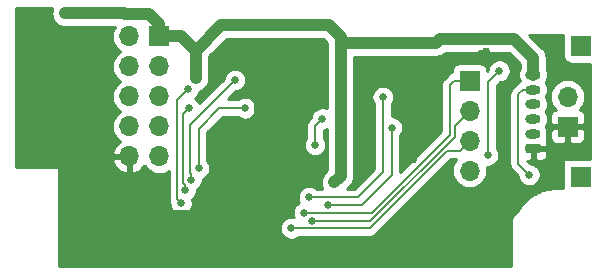
<source format=gbl>
G04 #@! TF.GenerationSoftware,KiCad,Pcbnew,(5.1.4)-1*
G04 #@! TF.CreationDate,2019-12-07T15:53:33+00:00*
G04 #@! TF.ProjectId,analog,616e616c-6f67-42e6-9b69-6361645f7063,rev?*
G04 #@! TF.SameCoordinates,Original*
G04 #@! TF.FileFunction,Copper,L2,Bot*
G04 #@! TF.FilePolarity,Positive*
%FSLAX46Y46*%
G04 Gerber Fmt 4.6, Leading zero omitted, Abs format (unit mm)*
G04 Created by KiCad (PCBNEW (5.1.4)-1) date 2019-12-07 15:53:33*
%MOMM*%
%LPD*%
G04 APERTURE LIST*
%ADD10O,1.700000X1.700000*%
%ADD11R,1.700000X1.700000*%
%ADD12C,0.100000*%
%ADD13C,0.800000*%
%ADD14O,1.300000X0.800000*%
%ADD15C,0.762000*%
%ADD16C,0.660400*%
%ADD17C,0.203200*%
%ADD18C,0.381000*%
%ADD19C,0.635000*%
%ADD20C,1.016000*%
%ADD21C,0.254000*%
G04 APERTURE END LIST*
D10*
X66617400Y-45730160D03*
X66617400Y-43190160D03*
X66617400Y-40650160D03*
D11*
X66617400Y-38110160D03*
X74923200Y-42021760D03*
D10*
X74923200Y-39481760D03*
D11*
X76040800Y-35189160D03*
X40353800Y-34376360D03*
D10*
X37813800Y-34376360D03*
X40353800Y-36916360D03*
X37813800Y-36916360D03*
X40353800Y-39456360D03*
X37813800Y-39456360D03*
X40353800Y-41996360D03*
X37813800Y-41996360D03*
X40353800Y-44536360D03*
X37813800Y-44536360D03*
D11*
X76040800Y-46314360D03*
D12*
G36*
X72471803Y-43467723D02*
G01*
X72491218Y-43470603D01*
X72510257Y-43475372D01*
X72528737Y-43481984D01*
X72546479Y-43490376D01*
X72563314Y-43500466D01*
X72579079Y-43512158D01*
X72593621Y-43525339D01*
X72606802Y-43539881D01*
X72618494Y-43555646D01*
X72628584Y-43572481D01*
X72636976Y-43590223D01*
X72643588Y-43608703D01*
X72648357Y-43627742D01*
X72651237Y-43647157D01*
X72652200Y-43666760D01*
X72652200Y-44066760D01*
X72651237Y-44086363D01*
X72648357Y-44105778D01*
X72643588Y-44124817D01*
X72636976Y-44143297D01*
X72628584Y-44161039D01*
X72618494Y-44177874D01*
X72606802Y-44193639D01*
X72593621Y-44208181D01*
X72579079Y-44221362D01*
X72563314Y-44233054D01*
X72546479Y-44243144D01*
X72528737Y-44251536D01*
X72510257Y-44258148D01*
X72491218Y-44262917D01*
X72471803Y-44265797D01*
X72452200Y-44266760D01*
X71552200Y-44266760D01*
X71532597Y-44265797D01*
X71513182Y-44262917D01*
X71494143Y-44258148D01*
X71475663Y-44251536D01*
X71457921Y-44243144D01*
X71441086Y-44233054D01*
X71425321Y-44221362D01*
X71410779Y-44208181D01*
X71397598Y-44193639D01*
X71385906Y-44177874D01*
X71375816Y-44161039D01*
X71367424Y-44143297D01*
X71360812Y-44124817D01*
X71356043Y-44105778D01*
X71353163Y-44086363D01*
X71352200Y-44066760D01*
X71352200Y-43666760D01*
X71353163Y-43647157D01*
X71356043Y-43627742D01*
X71360812Y-43608703D01*
X71367424Y-43590223D01*
X71375816Y-43572481D01*
X71385906Y-43555646D01*
X71397598Y-43539881D01*
X71410779Y-43525339D01*
X71425321Y-43512158D01*
X71441086Y-43500466D01*
X71457921Y-43490376D01*
X71475663Y-43481984D01*
X71494143Y-43475372D01*
X71513182Y-43470603D01*
X71532597Y-43467723D01*
X71552200Y-43466760D01*
X72452200Y-43466760D01*
X72471803Y-43467723D01*
X72471803Y-43467723D01*
G37*
D13*
X72002200Y-43866760D03*
D14*
X72002200Y-42616760D03*
X72002200Y-41366760D03*
X72002200Y-40116760D03*
X72002200Y-38866760D03*
X72002200Y-37616760D03*
D15*
X61893000Y-48320960D03*
X61816800Y-44739560D03*
X60724600Y-39532560D03*
X64153600Y-51673760D03*
X39862200Y-53155960D03*
X37890000Y-47990760D03*
X52368000Y-45323760D03*
X54180400Y-35408758D03*
X68039800Y-35722539D03*
X57894000Y-51684960D03*
X48151602Y-37932360D03*
X54779157Y-52014803D03*
X45967198Y-49248060D03*
D16*
X71660700Y-46082710D03*
X47618200Y-40446960D03*
X43681200Y-45552360D03*
X51529800Y-50606958D03*
X52606038Y-49287104D03*
D15*
X55720800Y-39634160D03*
X63798000Y-34935160D03*
X32327400Y-32420560D03*
X52114000Y-33436560D03*
X33140200Y-32420560D03*
X33953000Y-32420560D03*
X55176198Y-46734960D03*
D16*
X68184020Y-44426580D03*
X69142870Y-37286490D03*
D15*
X43427216Y-37932360D03*
D16*
X53307800Y-49971950D03*
X54146000Y-41335960D03*
X53536400Y-43571160D03*
X46754610Y-38059360D03*
X43046200Y-46492160D03*
X60013400Y-42093170D03*
X54654000Y-48625760D03*
X59276800Y-39507160D03*
X53028400Y-47990760D03*
X42766800Y-38846760D03*
X42208008Y-48508535D03*
X42868400Y-40421560D03*
X42538200Y-47406562D03*
D17*
X60724600Y-39557960D02*
X60724600Y-39532560D01*
D18*
X60724600Y-40802560D02*
X60724600Y-39532560D01*
X61816800Y-44739560D02*
X61816800Y-41894760D01*
X61816800Y-41894760D02*
X60724600Y-40802560D01*
X61893000Y-48787933D02*
X61893000Y-51673760D01*
X61893000Y-48320960D02*
X61893000Y-48787933D01*
X61893000Y-51673760D02*
X63686627Y-51673760D01*
X63686627Y-51673760D02*
X64153600Y-51673760D01*
X73692200Y-42021760D02*
X74923200Y-42021760D01*
X73221400Y-42492560D02*
X73692200Y-42021760D01*
X73221400Y-43571160D02*
X73221400Y-42492560D01*
X49777200Y-51699160D02*
X47084800Y-51699160D01*
X47084800Y-51699160D02*
X47084800Y-51978560D01*
X45907400Y-53155960D02*
X39862200Y-53155960D01*
X47084800Y-51978560D02*
X45907400Y-53155960D01*
X37813800Y-44536360D02*
X37813800Y-45738441D01*
X38220199Y-47660561D02*
X38978059Y-46902701D01*
X37890000Y-47990760D02*
X38220199Y-47660561D01*
X37813800Y-45738441D02*
X38978059Y-46902701D01*
D19*
X48685000Y-41640760D02*
X52037801Y-44993561D01*
X52037801Y-44993561D02*
X52368000Y-45323760D01*
X48685000Y-37957760D02*
X48685000Y-41640760D01*
D18*
X52037801Y-45653959D02*
X52368000Y-45323760D01*
X49777200Y-47914560D02*
X52037801Y-45653959D01*
X49777200Y-51699160D02*
X49777200Y-47914560D01*
X67455600Y-51673760D02*
X73221400Y-45907960D01*
X64153600Y-51673760D02*
X67455600Y-51673760D01*
X73186800Y-43866760D02*
X73221400Y-43901360D01*
X72002200Y-43866760D02*
X73186800Y-43866760D01*
X73221400Y-45907960D02*
X73221400Y-43901360D01*
X73221400Y-43901360D02*
X73221400Y-43571160D01*
D19*
X48685000Y-37957760D02*
X51631398Y-37957760D01*
X51631398Y-37957760D02*
X53799401Y-35789757D01*
X53799401Y-35789757D02*
X54180400Y-35408758D01*
D18*
X67500985Y-35722539D02*
X68039800Y-35722539D01*
X66840564Y-36382960D02*
X67500985Y-35722539D01*
X65296600Y-36382960D02*
X66840564Y-36382960D01*
X60724600Y-39532560D02*
X62147000Y-39532560D01*
X62147000Y-39532560D02*
X65296600Y-36382960D01*
X61893000Y-51673760D02*
X61881800Y-51684960D01*
X61881800Y-51684960D02*
X58432815Y-51684960D01*
X58432815Y-51684960D02*
X57894000Y-51684960D01*
D19*
X48685000Y-37957760D02*
X48583400Y-37856160D01*
X48583400Y-37856160D02*
X48227802Y-37856160D01*
X48227802Y-37856160D02*
X48151602Y-37932360D01*
D18*
X57894000Y-51684960D02*
X55109000Y-51684960D01*
X55109000Y-51684960D02*
X54779157Y-52014803D01*
X54240342Y-52014803D02*
X54779157Y-52014803D01*
X50092843Y-52014803D02*
X54240342Y-52014803D01*
X49777200Y-51699160D02*
X50092843Y-52014803D01*
X39147300Y-49248060D02*
X45428383Y-49248060D01*
X45428383Y-49248060D02*
X45967198Y-49248060D01*
X37890000Y-47990760D02*
X39147300Y-49248060D01*
X46348197Y-49629059D02*
X45967198Y-49248060D01*
X47084800Y-50365662D02*
X46348197Y-49629059D01*
X47084800Y-51699160D02*
X47084800Y-50365662D01*
D17*
X71149000Y-38866760D02*
X72002200Y-38866760D01*
X70732200Y-39283560D02*
X71149000Y-38866760D01*
X70732200Y-45154210D02*
X70732200Y-39283560D01*
X71660700Y-46082710D02*
X70732200Y-45154210D01*
X43681200Y-45085387D02*
X43681200Y-45552360D01*
X43681200Y-42199560D02*
X43681200Y-45085387D01*
X47618200Y-40446960D02*
X45433800Y-40446960D01*
X45433800Y-40446960D02*
X43681200Y-42199560D01*
X51529802Y-50606960D02*
X51529800Y-50606958D01*
X58165701Y-50606960D02*
X51529802Y-50606960D01*
X64732502Y-44040159D02*
X58165701Y-50606960D01*
X66617400Y-43190160D02*
X65767401Y-44040159D01*
X65767401Y-44040159D02*
X64732502Y-44040159D01*
X65652200Y-38110160D02*
X66617400Y-38110160D01*
X65564200Y-38110160D02*
X65652200Y-38110160D01*
X64941000Y-42682160D02*
X58336056Y-49287104D01*
X53073011Y-49287104D02*
X52606038Y-49287104D01*
X65652200Y-38110160D02*
X65322000Y-38110160D01*
X64941000Y-38491160D02*
X64941000Y-42682160D01*
X58336056Y-49287104D02*
X53073011Y-49287104D01*
X65322000Y-38110160D02*
X64941000Y-38491160D01*
D20*
X42219800Y-34376360D02*
X43427200Y-35583760D01*
X40353800Y-34376360D02*
X42219800Y-34376360D01*
X54704800Y-33436560D02*
X55720800Y-34452560D01*
X43427200Y-35583760D02*
X45574400Y-33436560D01*
X52977600Y-33436560D02*
X54704800Y-33436560D01*
X55720800Y-34452560D02*
X55720800Y-34935160D01*
X55720800Y-34935160D02*
X55720800Y-35697160D01*
X55720800Y-35697160D02*
X55720800Y-39634160D01*
X55720800Y-34935160D02*
X63798000Y-34935160D01*
X40353800Y-34376360D02*
X40353800Y-33309560D01*
X40353800Y-33309560D02*
X39515600Y-32471360D01*
X37357422Y-32420560D02*
X33953000Y-32420560D01*
X39515600Y-32471360D02*
X37408222Y-32471360D01*
X37408222Y-32471360D02*
X37357422Y-32420560D01*
X45574400Y-33436560D02*
X52114000Y-33436560D01*
X52114000Y-33436560D02*
X52977600Y-33436560D01*
X33140200Y-32420560D02*
X32352800Y-32420560D01*
X33953000Y-32420560D02*
X33140200Y-32420560D01*
X64128199Y-34604961D02*
X63798000Y-34935160D01*
X70406401Y-34604961D02*
X64128199Y-34604961D01*
X72002200Y-36200760D02*
X70406401Y-34604961D01*
X72002200Y-37616760D02*
X72002200Y-36200760D01*
X55720800Y-39634160D02*
X55720800Y-46190358D01*
X55557197Y-46353961D02*
X55176198Y-46734960D01*
X55720800Y-46190358D02*
X55557197Y-46353961D01*
D17*
X68184020Y-38245340D02*
X68812671Y-37616689D01*
X68184020Y-44426580D02*
X68184020Y-38245340D01*
X68812671Y-37616689D02*
X69142870Y-37286490D01*
D20*
X43427200Y-35583760D02*
X43427216Y-35583776D01*
X43427216Y-35583776D02*
X43427216Y-37393545D01*
X43427216Y-37393545D02*
X43427216Y-37932360D01*
D17*
X66617400Y-40650160D02*
X65347411Y-41920149D01*
X65347411Y-41920149D02*
X65347411Y-42850500D01*
X65347411Y-42850500D02*
X58225961Y-49971950D01*
X53774773Y-49971950D02*
X53307800Y-49971950D01*
X58225961Y-49971950D02*
X53774773Y-49971950D01*
X53536400Y-41945560D02*
X53536400Y-43104187D01*
X53536400Y-43104187D02*
X53536400Y-43571160D01*
X54146000Y-41335960D02*
X53536400Y-41945560D01*
X43046200Y-46025187D02*
X43046200Y-46492160D01*
X46754610Y-38059360D02*
X42969998Y-41843972D01*
X42969998Y-45948985D02*
X43046200Y-46025187D01*
X42969998Y-41843972D02*
X42969998Y-45948985D01*
X57498800Y-48625760D02*
X55120973Y-48625760D01*
X55120973Y-48625760D02*
X54654000Y-48625760D01*
X60013400Y-42093170D02*
X60013400Y-46111160D01*
X60013400Y-46111160D02*
X57498800Y-48625760D01*
X57168600Y-47990760D02*
X53495373Y-47990760D01*
X53495373Y-47990760D02*
X53028400Y-47990760D01*
X59276800Y-45882560D02*
X57168600Y-47990760D01*
X59276800Y-39507160D02*
X59276800Y-45882560D01*
X41877801Y-48178328D02*
X41877809Y-48178336D01*
X41877809Y-48178336D02*
X42208008Y-48508535D01*
X41877809Y-39735751D02*
X42766800Y-38846760D01*
X41877809Y-48178336D02*
X41877809Y-39735751D01*
X42385799Y-46787188D02*
X42538200Y-46939589D01*
X42385799Y-40904161D02*
X42385799Y-46787188D01*
X42868400Y-40421560D02*
X42385799Y-40904161D01*
X42538200Y-46939589D02*
X42538200Y-47406562D01*
D21*
G36*
X31226339Y-32196493D02*
G01*
X31204270Y-32420560D01*
X31226339Y-32644627D01*
X31291697Y-32860083D01*
X31397832Y-33058649D01*
X31540667Y-33232693D01*
X31714711Y-33375528D01*
X31913277Y-33481663D01*
X32128733Y-33547021D01*
X32296654Y-33563560D01*
X36564427Y-33563560D01*
X36435201Y-33805326D01*
X36350287Y-34085249D01*
X36321615Y-34376360D01*
X36350287Y-34667471D01*
X36435201Y-34947394D01*
X36573094Y-35205374D01*
X36758666Y-35431494D01*
X36984786Y-35617066D01*
X37039591Y-35646360D01*
X36984786Y-35675654D01*
X36758666Y-35861226D01*
X36573094Y-36087346D01*
X36435201Y-36345326D01*
X36350287Y-36625249D01*
X36321615Y-36916360D01*
X36350287Y-37207471D01*
X36435201Y-37487394D01*
X36573094Y-37745374D01*
X36758666Y-37971494D01*
X36984786Y-38157066D01*
X37039591Y-38186360D01*
X36984786Y-38215654D01*
X36758666Y-38401226D01*
X36573094Y-38627346D01*
X36435201Y-38885326D01*
X36350287Y-39165249D01*
X36321615Y-39456360D01*
X36350287Y-39747471D01*
X36435201Y-40027394D01*
X36573094Y-40285374D01*
X36758666Y-40511494D01*
X36984786Y-40697066D01*
X37039591Y-40726360D01*
X36984786Y-40755654D01*
X36758666Y-40941226D01*
X36573094Y-41167346D01*
X36435201Y-41425326D01*
X36350287Y-41705249D01*
X36321615Y-41996360D01*
X36350287Y-42287471D01*
X36435201Y-42567394D01*
X36573094Y-42825374D01*
X36758666Y-43051494D01*
X36984786Y-43237066D01*
X37049323Y-43271561D01*
X36932445Y-43341182D01*
X36716212Y-43536091D01*
X36542159Y-43769440D01*
X36416975Y-44032261D01*
X36372324Y-44179470D01*
X36493645Y-44409360D01*
X37686800Y-44409360D01*
X37686800Y-44389360D01*
X37940800Y-44389360D01*
X37940800Y-44409360D01*
X37960800Y-44409360D01*
X37960800Y-44663360D01*
X37940800Y-44663360D01*
X37940800Y-45857174D01*
X38170691Y-45977841D01*
X38445052Y-45880517D01*
X38695155Y-45731538D01*
X38911388Y-45536629D01*
X39082216Y-45307604D01*
X39113094Y-45365374D01*
X39298666Y-45591494D01*
X39524786Y-45777066D01*
X39782766Y-45914959D01*
X40062689Y-45999873D01*
X40280850Y-46021360D01*
X40426750Y-46021360D01*
X40644911Y-45999873D01*
X40924834Y-45914959D01*
X41141209Y-45799304D01*
X41141209Y-48142063D01*
X41137637Y-48178328D01*
X41151860Y-48322726D01*
X41193979Y-48461575D01*
X41242808Y-48552929D01*
X41242808Y-48603599D01*
X41279900Y-48790073D01*
X41352659Y-48965729D01*
X41458288Y-49123814D01*
X41592729Y-49258255D01*
X41750814Y-49363884D01*
X41926470Y-49436643D01*
X42112944Y-49473735D01*
X42303072Y-49473735D01*
X42489546Y-49436643D01*
X42665202Y-49363884D01*
X42823287Y-49258255D01*
X42957728Y-49123814D01*
X43063357Y-48965729D01*
X43136116Y-48790073D01*
X43173208Y-48603599D01*
X43173208Y-48413471D01*
X43136116Y-48226997D01*
X43116938Y-48180698D01*
X43153479Y-48156282D01*
X43287920Y-48021841D01*
X43393549Y-47863756D01*
X43466308Y-47688100D01*
X43503400Y-47501626D01*
X43503400Y-47347505D01*
X43661479Y-47241880D01*
X43795920Y-47107439D01*
X43901549Y-46949354D01*
X43974308Y-46773698D01*
X44011400Y-46587224D01*
X44011400Y-46460312D01*
X44138394Y-46407709D01*
X44296479Y-46302080D01*
X44430920Y-46167639D01*
X44536549Y-46009554D01*
X44609308Y-45833898D01*
X44646400Y-45647424D01*
X44646400Y-45457296D01*
X44609308Y-45270822D01*
X44536549Y-45095166D01*
X44430920Y-44937081D01*
X44417800Y-44923961D01*
X44417800Y-42504669D01*
X45738910Y-41183560D01*
X46989801Y-41183560D01*
X47002921Y-41196680D01*
X47161006Y-41302309D01*
X47336662Y-41375068D01*
X47523136Y-41412160D01*
X47713264Y-41412160D01*
X47899738Y-41375068D01*
X48075394Y-41302309D01*
X48233479Y-41196680D01*
X48367920Y-41062239D01*
X48473549Y-40904154D01*
X48546308Y-40728498D01*
X48583400Y-40542024D01*
X48583400Y-40351896D01*
X48546308Y-40165422D01*
X48473549Y-39989766D01*
X48367920Y-39831681D01*
X48233479Y-39697240D01*
X48075394Y-39591611D01*
X47899738Y-39518852D01*
X47713264Y-39481760D01*
X47523136Y-39481760D01*
X47336662Y-39518852D01*
X47161006Y-39591611D01*
X47002921Y-39697240D01*
X46989801Y-39710360D01*
X46145320Y-39710360D01*
X46831120Y-39024560D01*
X46849674Y-39024560D01*
X47036148Y-38987468D01*
X47211804Y-38914709D01*
X47369889Y-38809080D01*
X47504330Y-38674639D01*
X47609959Y-38516554D01*
X47682718Y-38340898D01*
X47719810Y-38154424D01*
X47719810Y-37964296D01*
X47682718Y-37777822D01*
X47609959Y-37602166D01*
X47504330Y-37444081D01*
X47369889Y-37309640D01*
X47211804Y-37204011D01*
X47036148Y-37131252D01*
X46849674Y-37094160D01*
X46659546Y-37094160D01*
X46473072Y-37131252D01*
X46297416Y-37204011D01*
X46139331Y-37309640D01*
X46004890Y-37444081D01*
X45899261Y-37602166D01*
X45826502Y-37777822D01*
X45789410Y-37964296D01*
X45789410Y-37982850D01*
X43748395Y-40023866D01*
X43723749Y-39964366D01*
X43618120Y-39806281D01*
X43483679Y-39671840D01*
X43376487Y-39600217D01*
X43382079Y-39596480D01*
X43516520Y-39462039D01*
X43622149Y-39303954D01*
X43694908Y-39128298D01*
X43712417Y-39040276D01*
X43866739Y-38993463D01*
X44065305Y-38887328D01*
X44239349Y-38744493D01*
X44382184Y-38570449D01*
X44488319Y-38371882D01*
X44553677Y-38156426D01*
X44570216Y-37988505D01*
X44570216Y-36057189D01*
X46047847Y-34579560D01*
X54231355Y-34579560D01*
X54573587Y-34921792D01*
X54572270Y-34935160D01*
X54577800Y-34991305D01*
X54577800Y-35641015D01*
X54577801Y-39578005D01*
X54577800Y-39578015D01*
X54577800Y-40470093D01*
X54427538Y-40407852D01*
X54241064Y-40370760D01*
X54050936Y-40370760D01*
X53864462Y-40407852D01*
X53688806Y-40480611D01*
X53530721Y-40586240D01*
X53396280Y-40720681D01*
X53290651Y-40878766D01*
X53217892Y-41054422D01*
X53180800Y-41240896D01*
X53180800Y-41259451D01*
X53041132Y-41399119D01*
X53013025Y-41422186D01*
X52989959Y-41450292D01*
X52989958Y-41450293D01*
X52970816Y-41473618D01*
X52920976Y-41534348D01*
X52852578Y-41662312D01*
X52810458Y-41801162D01*
X52799800Y-41909374D01*
X52796236Y-41945560D01*
X52799800Y-41981744D01*
X52799801Y-42942760D01*
X52786680Y-42955881D01*
X52681051Y-43113966D01*
X52608292Y-43289622D01*
X52571200Y-43476096D01*
X52571200Y-43666224D01*
X52608292Y-43852698D01*
X52681051Y-44028354D01*
X52786680Y-44186439D01*
X52921121Y-44320880D01*
X53079206Y-44426509D01*
X53254862Y-44499268D01*
X53441336Y-44536360D01*
X53631464Y-44536360D01*
X53817938Y-44499268D01*
X53993594Y-44426509D01*
X54151679Y-44320880D01*
X54286120Y-44186439D01*
X54391749Y-44028354D01*
X54464508Y-43852698D01*
X54501600Y-43666224D01*
X54501600Y-43476096D01*
X54464508Y-43289622D01*
X54391749Y-43113966D01*
X54286120Y-42955881D01*
X54273000Y-42942761D01*
X54273000Y-42294808D01*
X54427538Y-42264068D01*
X54577800Y-42201827D01*
X54577801Y-45716912D01*
X54328274Y-45966439D01*
X54221231Y-46096872D01*
X54115096Y-46295437D01*
X54049737Y-46510893D01*
X54027669Y-46734960D01*
X54049737Y-46959027D01*
X54115096Y-47174483D01*
X54157684Y-47254160D01*
X53656799Y-47254160D01*
X53643679Y-47241040D01*
X53485594Y-47135411D01*
X53309938Y-47062652D01*
X53123464Y-47025560D01*
X52933336Y-47025560D01*
X52746862Y-47062652D01*
X52571206Y-47135411D01*
X52413121Y-47241040D01*
X52278680Y-47375481D01*
X52173051Y-47533566D01*
X52100292Y-47709222D01*
X52063200Y-47895696D01*
X52063200Y-48085824D01*
X52100292Y-48272298D01*
X52163779Y-48425569D01*
X52148844Y-48431755D01*
X51990759Y-48537384D01*
X51856318Y-48671825D01*
X51750689Y-48829910D01*
X51677930Y-49005566D01*
X51640838Y-49192040D01*
X51640838Y-49382168D01*
X51677930Y-49568642D01*
X51715700Y-49659826D01*
X51624864Y-49641758D01*
X51434736Y-49641758D01*
X51248262Y-49678850D01*
X51072606Y-49751609D01*
X50914521Y-49857238D01*
X50780080Y-49991679D01*
X50674451Y-50149764D01*
X50601692Y-50325420D01*
X50564600Y-50511894D01*
X50564600Y-50702022D01*
X50601692Y-50888496D01*
X50674451Y-51064152D01*
X50780080Y-51222237D01*
X50914521Y-51356678D01*
X51072606Y-51462307D01*
X51248262Y-51535066D01*
X51434736Y-51572158D01*
X51624864Y-51572158D01*
X51811338Y-51535066D01*
X51986994Y-51462307D01*
X52145079Y-51356678D01*
X52158197Y-51343560D01*
X58129518Y-51343560D01*
X58165701Y-51347124D01*
X58201884Y-51343560D01*
X58201887Y-51343560D01*
X58310100Y-51332902D01*
X58448950Y-51290782D01*
X58576914Y-51222384D01*
X58689076Y-51130335D01*
X58712147Y-51102223D01*
X65037612Y-44776759D01*
X65478776Y-44776759D01*
X65376694Y-44901146D01*
X65238801Y-45159126D01*
X65153887Y-45439049D01*
X65125215Y-45730160D01*
X65153887Y-46021271D01*
X65238801Y-46301194D01*
X65376694Y-46559174D01*
X65562266Y-46785294D01*
X65788386Y-46970866D01*
X66046366Y-47108759D01*
X66326289Y-47193673D01*
X66544450Y-47215160D01*
X66690350Y-47215160D01*
X66908511Y-47193673D01*
X67188434Y-47108759D01*
X67446414Y-46970866D01*
X67672534Y-46785294D01*
X67858106Y-46559174D01*
X67995999Y-46301194D01*
X68080913Y-46021271D01*
X68109585Y-45730160D01*
X68080913Y-45439049D01*
X68065137Y-45387042D01*
X68088956Y-45391780D01*
X68279084Y-45391780D01*
X68465558Y-45354688D01*
X68641214Y-45281929D01*
X68799299Y-45176300D01*
X68933740Y-45041859D01*
X69039369Y-44883774D01*
X69112128Y-44708118D01*
X69149220Y-44521644D01*
X69149220Y-44331516D01*
X69112128Y-44145042D01*
X69039369Y-43969386D01*
X68933740Y-43811301D01*
X68920620Y-43798181D01*
X68920620Y-38550449D01*
X69219380Y-38251690D01*
X69237934Y-38251690D01*
X69424408Y-38214598D01*
X69600064Y-38141839D01*
X69758149Y-38036210D01*
X69892590Y-37901769D01*
X69998219Y-37743684D01*
X70070978Y-37568028D01*
X70108070Y-37381554D01*
X70108070Y-37191426D01*
X70070978Y-37004952D01*
X69998219Y-36829296D01*
X69892590Y-36671211D01*
X69758149Y-36536770D01*
X69600064Y-36431141D01*
X69424408Y-36358382D01*
X69237934Y-36321290D01*
X69047806Y-36321290D01*
X68861332Y-36358382D01*
X68685676Y-36431141D01*
X68527591Y-36536770D01*
X68393150Y-36671211D01*
X68287521Y-36829296D01*
X68214762Y-37004952D01*
X68177670Y-37191426D01*
X68177670Y-37209980D01*
X68105472Y-37282178D01*
X68105472Y-37260160D01*
X68093212Y-37135678D01*
X68056902Y-37015980D01*
X67997937Y-36905666D01*
X67918585Y-36808975D01*
X67821894Y-36729623D01*
X67711580Y-36670658D01*
X67591882Y-36634348D01*
X67467400Y-36622088D01*
X65767400Y-36622088D01*
X65642918Y-36634348D01*
X65523220Y-36670658D01*
X65412906Y-36729623D01*
X65316215Y-36808975D01*
X65236863Y-36905666D01*
X65177898Y-37015980D01*
X65141588Y-37135678D01*
X65129328Y-37260160D01*
X65129328Y-37398862D01*
X65038751Y-37426338D01*
X64910787Y-37494736D01*
X64798625Y-37586785D01*
X64775550Y-37614902D01*
X64445733Y-37944718D01*
X64417625Y-37967786D01*
X64394559Y-37995892D01*
X64394558Y-37995893D01*
X64389525Y-38002026D01*
X64325576Y-38079948D01*
X64257178Y-38207912D01*
X64215058Y-38346762D01*
X64204432Y-38454648D01*
X64200836Y-38491160D01*
X64204400Y-38527343D01*
X64204401Y-42377050D01*
X60750000Y-45831451D01*
X60750000Y-42721569D01*
X60763120Y-42708449D01*
X60868749Y-42550364D01*
X60941508Y-42374708D01*
X60978600Y-42188234D01*
X60978600Y-41998106D01*
X60941508Y-41811632D01*
X60868749Y-41635976D01*
X60763120Y-41477891D01*
X60628679Y-41343450D01*
X60470594Y-41237821D01*
X60294938Y-41165062D01*
X60108464Y-41127970D01*
X60013400Y-41127970D01*
X60013400Y-40135559D01*
X60026520Y-40122439D01*
X60132149Y-39964354D01*
X60204908Y-39788698D01*
X60242000Y-39602224D01*
X60242000Y-39412096D01*
X60204908Y-39225622D01*
X60132149Y-39049966D01*
X60026520Y-38891881D01*
X59892079Y-38757440D01*
X59733994Y-38651811D01*
X59558338Y-38579052D01*
X59371864Y-38541960D01*
X59181736Y-38541960D01*
X58995262Y-38579052D01*
X58819606Y-38651811D01*
X58661521Y-38757440D01*
X58527080Y-38891881D01*
X58421451Y-39049966D01*
X58348692Y-39225622D01*
X58311600Y-39412096D01*
X58311600Y-39602224D01*
X58348692Y-39788698D01*
X58421451Y-39964354D01*
X58527080Y-40122439D01*
X58540200Y-40135559D01*
X58540201Y-45577449D01*
X56863491Y-47254160D01*
X56273443Y-47254160D01*
X56489317Y-47038286D01*
X56532933Y-47002491D01*
X56675768Y-46828447D01*
X56781903Y-46629881D01*
X56847261Y-46414425D01*
X56863800Y-46246504D01*
X56863800Y-46246496D01*
X56869329Y-46190358D01*
X56863800Y-46134219D01*
X56863800Y-36078160D01*
X63741861Y-36078160D01*
X63798000Y-36083689D01*
X63854139Y-36078160D01*
X63854146Y-36078160D01*
X64022067Y-36061621D01*
X64237523Y-35996263D01*
X64436089Y-35890128D01*
X64609319Y-35747961D01*
X69932956Y-35747961D01*
X70859200Y-36674206D01*
X70859200Y-37091845D01*
X70791359Y-37218767D01*
X70732176Y-37413865D01*
X70712193Y-37616760D01*
X70732176Y-37819655D01*
X70791359Y-38014753D01*
X70879092Y-38178891D01*
X70865751Y-38182938D01*
X70737787Y-38251336D01*
X70625625Y-38343385D01*
X70602554Y-38371497D01*
X70236932Y-38737119D01*
X70208826Y-38760185D01*
X70185760Y-38788291D01*
X70185758Y-38788293D01*
X70116776Y-38872348D01*
X70048378Y-39000313D01*
X70045088Y-39011159D01*
X70009555Y-39128298D01*
X70006259Y-39139162D01*
X69992036Y-39283560D01*
X69995601Y-39319753D01*
X69995600Y-45118027D01*
X69992036Y-45154210D01*
X69995600Y-45190393D01*
X69995600Y-45190395D01*
X70006258Y-45298608D01*
X70048378Y-45437458D01*
X70116776Y-45565422D01*
X70208825Y-45677584D01*
X70236932Y-45700651D01*
X70695500Y-46159220D01*
X70695500Y-46177774D01*
X70732592Y-46364248D01*
X70805351Y-46539904D01*
X70910980Y-46697989D01*
X71045421Y-46832430D01*
X71203506Y-46938059D01*
X71379162Y-47010818D01*
X71565636Y-47047910D01*
X71755764Y-47047910D01*
X71942238Y-47010818D01*
X72117894Y-46938059D01*
X72275979Y-46832430D01*
X72410420Y-46697989D01*
X72516049Y-46539904D01*
X72588808Y-46364248D01*
X72625900Y-46177774D01*
X72625900Y-45987646D01*
X72588808Y-45801172D01*
X72516049Y-45625516D01*
X72410420Y-45467431D01*
X72275979Y-45332990D01*
X72117894Y-45227361D01*
X71942238Y-45154602D01*
X71755764Y-45117510D01*
X71737210Y-45117510D01*
X71523090Y-44903391D01*
X71716450Y-44901760D01*
X71875200Y-44743010D01*
X71875200Y-43993760D01*
X72129200Y-43993760D01*
X72129200Y-44743010D01*
X72287950Y-44901760D01*
X72652200Y-44904832D01*
X72776682Y-44892572D01*
X72896380Y-44856262D01*
X73006694Y-44797297D01*
X73103385Y-44717945D01*
X73182737Y-44621254D01*
X73241702Y-44510940D01*
X73278012Y-44391242D01*
X73290272Y-44266760D01*
X73287200Y-44152510D01*
X73128450Y-43993760D01*
X72129200Y-43993760D01*
X71875200Y-43993760D01*
X71855200Y-43993760D01*
X71855200Y-43739760D01*
X71875200Y-43739760D01*
X71875200Y-43719760D01*
X72129200Y-43719760D01*
X72129200Y-43739760D01*
X73128450Y-43739760D01*
X73287200Y-43581010D01*
X73290272Y-43466760D01*
X73278012Y-43342278D01*
X73241702Y-43222580D01*
X73182737Y-43112266D01*
X73169525Y-43096167D01*
X73213041Y-43014753D01*
X73256417Y-42871760D01*
X73435128Y-42871760D01*
X73447388Y-42996242D01*
X73483698Y-43115940D01*
X73542663Y-43226254D01*
X73622015Y-43322945D01*
X73718706Y-43402297D01*
X73829020Y-43461262D01*
X73948718Y-43497572D01*
X74073200Y-43509832D01*
X74637450Y-43506760D01*
X74796200Y-43348010D01*
X74796200Y-42148760D01*
X75050200Y-42148760D01*
X75050200Y-43348010D01*
X75208950Y-43506760D01*
X75773200Y-43509832D01*
X75897682Y-43497572D01*
X76017380Y-43461262D01*
X76127694Y-43402297D01*
X76224385Y-43322945D01*
X76303737Y-43226254D01*
X76362702Y-43115940D01*
X76399012Y-42996242D01*
X76411272Y-42871760D01*
X76408200Y-42307510D01*
X76249450Y-42148760D01*
X75050200Y-42148760D01*
X74796200Y-42148760D01*
X73596950Y-42148760D01*
X73438200Y-42307510D01*
X73435128Y-42871760D01*
X73256417Y-42871760D01*
X73272224Y-42819655D01*
X73292207Y-42616760D01*
X73272224Y-42413865D01*
X73213041Y-42218767D01*
X73116934Y-42038963D01*
X73078196Y-41991760D01*
X73116934Y-41944557D01*
X73213041Y-41764753D01*
X73272224Y-41569655D01*
X73292207Y-41366760D01*
X73272224Y-41163865D01*
X73213041Y-40968767D01*
X73116934Y-40788963D01*
X73078196Y-40741760D01*
X73116934Y-40694557D01*
X73213041Y-40514753D01*
X73272224Y-40319655D01*
X73292207Y-40116760D01*
X73272224Y-39913865D01*
X73213041Y-39718767D01*
X73116934Y-39538963D01*
X73078196Y-39491760D01*
X73086402Y-39481760D01*
X73431015Y-39481760D01*
X73459687Y-39772871D01*
X73544601Y-40052794D01*
X73682494Y-40310774D01*
X73868066Y-40536894D01*
X73897887Y-40561367D01*
X73829020Y-40582258D01*
X73718706Y-40641223D01*
X73622015Y-40720575D01*
X73542663Y-40817266D01*
X73483698Y-40927580D01*
X73447388Y-41047278D01*
X73435128Y-41171760D01*
X73438200Y-41736010D01*
X73596950Y-41894760D01*
X74796200Y-41894760D01*
X74796200Y-41874760D01*
X75050200Y-41874760D01*
X75050200Y-41894760D01*
X76249450Y-41894760D01*
X76408200Y-41736010D01*
X76411272Y-41171760D01*
X76399012Y-41047278D01*
X76362702Y-40927580D01*
X76303737Y-40817266D01*
X76224385Y-40720575D01*
X76127694Y-40641223D01*
X76017380Y-40582258D01*
X75948513Y-40561367D01*
X75978334Y-40536894D01*
X76163906Y-40310774D01*
X76301799Y-40052794D01*
X76386713Y-39772871D01*
X76415385Y-39481760D01*
X76386713Y-39190649D01*
X76301799Y-38910726D01*
X76163906Y-38652746D01*
X75978334Y-38426626D01*
X75752214Y-38241054D01*
X75494234Y-38103161D01*
X75214311Y-38018247D01*
X74996150Y-37996760D01*
X74850250Y-37996760D01*
X74632089Y-38018247D01*
X74352166Y-38103161D01*
X74094186Y-38241054D01*
X73868066Y-38426626D01*
X73682494Y-38652746D01*
X73544601Y-38910726D01*
X73459687Y-39190649D01*
X73431015Y-39481760D01*
X73086402Y-39481760D01*
X73116934Y-39444557D01*
X73213041Y-39264753D01*
X73272224Y-39069655D01*
X73292207Y-38866760D01*
X73272224Y-38663865D01*
X73213041Y-38468767D01*
X73116934Y-38288963D01*
X73078196Y-38241760D01*
X73116934Y-38194557D01*
X73213041Y-38014753D01*
X73272224Y-37819655D01*
X73292207Y-37616760D01*
X73272224Y-37413865D01*
X73213041Y-37218767D01*
X73145200Y-37091845D01*
X73145200Y-36256899D01*
X73150729Y-36200760D01*
X73145200Y-36144621D01*
X73145200Y-36144614D01*
X73128661Y-35976693D01*
X73102402Y-35890128D01*
X73063303Y-35761236D01*
X72999043Y-35641014D01*
X72957168Y-35562671D01*
X72814333Y-35388627D01*
X72770723Y-35352837D01*
X71691845Y-34273960D01*
X74559149Y-34273960D01*
X74552728Y-34339160D01*
X74552728Y-36039160D01*
X74564988Y-36163642D01*
X74601298Y-36283340D01*
X74660263Y-36393654D01*
X74739615Y-36490345D01*
X74836306Y-36569697D01*
X74946620Y-36628662D01*
X75066318Y-36664972D01*
X75190800Y-36677232D01*
X76803601Y-36677232D01*
X76803600Y-44790360D01*
X74637818Y-44790360D01*
X74613042Y-44792800D01*
X74589217Y-44800027D01*
X74567261Y-44811763D01*
X74548015Y-44827557D01*
X74532221Y-44846803D01*
X74520485Y-44868759D01*
X74513258Y-44892584D01*
X74510818Y-44917360D01*
X74510818Y-47229560D01*
X74010185Y-47229560D01*
X73939810Y-47229224D01*
X73907205Y-47232264D01*
X73874456Y-47232035D01*
X73864938Y-47232969D01*
X73268320Y-47295675D01*
X73207509Y-47308158D01*
X73146518Y-47319793D01*
X73137362Y-47322557D01*
X72564286Y-47499954D01*
X72507032Y-47524022D01*
X72449488Y-47547271D01*
X72441043Y-47551761D01*
X72236176Y-47662532D01*
X72231424Y-47663000D01*
X72207599Y-47670227D01*
X72185643Y-47681963D01*
X72166397Y-47697757D01*
X72160944Y-47703210D01*
X71913338Y-47837090D01*
X71861881Y-47871798D01*
X71809917Y-47905803D01*
X71802505Y-47911848D01*
X71340271Y-48294242D01*
X71296524Y-48338295D01*
X71252167Y-48381733D01*
X71246070Y-48389103D01*
X70866913Y-48853995D01*
X70832557Y-48905706D01*
X70797480Y-48956934D01*
X70792934Y-48965343D01*
X70792931Y-48965347D01*
X70792931Y-48965348D01*
X70672718Y-49191436D01*
X70185197Y-49678957D01*
X70169403Y-49698203D01*
X70157667Y-49720159D01*
X70150440Y-49743984D01*
X70148000Y-49768760D01*
X70148000Y-53808160D01*
X31870200Y-53808160D01*
X31870200Y-45526960D01*
X31867760Y-45502184D01*
X31860533Y-45478359D01*
X31848797Y-45456403D01*
X31833003Y-45437157D01*
X31813757Y-45421363D01*
X31791801Y-45409627D01*
X31767976Y-45402400D01*
X31743200Y-45399960D01*
X28211800Y-45399960D01*
X28211800Y-44893250D01*
X36372324Y-44893250D01*
X36416975Y-45040459D01*
X36542159Y-45303280D01*
X36716212Y-45536629D01*
X36932445Y-45731538D01*
X37182548Y-45880517D01*
X37456909Y-45977841D01*
X37686800Y-45857174D01*
X37686800Y-44663360D01*
X36493645Y-44663360D01*
X36372324Y-44893250D01*
X28211800Y-44893250D01*
X28211800Y-31987960D01*
X31289597Y-31987960D01*
X31226339Y-32196493D01*
X31226339Y-32196493D01*
G37*
X31226339Y-32196493D02*
X31204270Y-32420560D01*
X31226339Y-32644627D01*
X31291697Y-32860083D01*
X31397832Y-33058649D01*
X31540667Y-33232693D01*
X31714711Y-33375528D01*
X31913277Y-33481663D01*
X32128733Y-33547021D01*
X32296654Y-33563560D01*
X36564427Y-33563560D01*
X36435201Y-33805326D01*
X36350287Y-34085249D01*
X36321615Y-34376360D01*
X36350287Y-34667471D01*
X36435201Y-34947394D01*
X36573094Y-35205374D01*
X36758666Y-35431494D01*
X36984786Y-35617066D01*
X37039591Y-35646360D01*
X36984786Y-35675654D01*
X36758666Y-35861226D01*
X36573094Y-36087346D01*
X36435201Y-36345326D01*
X36350287Y-36625249D01*
X36321615Y-36916360D01*
X36350287Y-37207471D01*
X36435201Y-37487394D01*
X36573094Y-37745374D01*
X36758666Y-37971494D01*
X36984786Y-38157066D01*
X37039591Y-38186360D01*
X36984786Y-38215654D01*
X36758666Y-38401226D01*
X36573094Y-38627346D01*
X36435201Y-38885326D01*
X36350287Y-39165249D01*
X36321615Y-39456360D01*
X36350287Y-39747471D01*
X36435201Y-40027394D01*
X36573094Y-40285374D01*
X36758666Y-40511494D01*
X36984786Y-40697066D01*
X37039591Y-40726360D01*
X36984786Y-40755654D01*
X36758666Y-40941226D01*
X36573094Y-41167346D01*
X36435201Y-41425326D01*
X36350287Y-41705249D01*
X36321615Y-41996360D01*
X36350287Y-42287471D01*
X36435201Y-42567394D01*
X36573094Y-42825374D01*
X36758666Y-43051494D01*
X36984786Y-43237066D01*
X37049323Y-43271561D01*
X36932445Y-43341182D01*
X36716212Y-43536091D01*
X36542159Y-43769440D01*
X36416975Y-44032261D01*
X36372324Y-44179470D01*
X36493645Y-44409360D01*
X37686800Y-44409360D01*
X37686800Y-44389360D01*
X37940800Y-44389360D01*
X37940800Y-44409360D01*
X37960800Y-44409360D01*
X37960800Y-44663360D01*
X37940800Y-44663360D01*
X37940800Y-45857174D01*
X38170691Y-45977841D01*
X38445052Y-45880517D01*
X38695155Y-45731538D01*
X38911388Y-45536629D01*
X39082216Y-45307604D01*
X39113094Y-45365374D01*
X39298666Y-45591494D01*
X39524786Y-45777066D01*
X39782766Y-45914959D01*
X40062689Y-45999873D01*
X40280850Y-46021360D01*
X40426750Y-46021360D01*
X40644911Y-45999873D01*
X40924834Y-45914959D01*
X41141209Y-45799304D01*
X41141209Y-48142063D01*
X41137637Y-48178328D01*
X41151860Y-48322726D01*
X41193979Y-48461575D01*
X41242808Y-48552929D01*
X41242808Y-48603599D01*
X41279900Y-48790073D01*
X41352659Y-48965729D01*
X41458288Y-49123814D01*
X41592729Y-49258255D01*
X41750814Y-49363884D01*
X41926470Y-49436643D01*
X42112944Y-49473735D01*
X42303072Y-49473735D01*
X42489546Y-49436643D01*
X42665202Y-49363884D01*
X42823287Y-49258255D01*
X42957728Y-49123814D01*
X43063357Y-48965729D01*
X43136116Y-48790073D01*
X43173208Y-48603599D01*
X43173208Y-48413471D01*
X43136116Y-48226997D01*
X43116938Y-48180698D01*
X43153479Y-48156282D01*
X43287920Y-48021841D01*
X43393549Y-47863756D01*
X43466308Y-47688100D01*
X43503400Y-47501626D01*
X43503400Y-47347505D01*
X43661479Y-47241880D01*
X43795920Y-47107439D01*
X43901549Y-46949354D01*
X43974308Y-46773698D01*
X44011400Y-46587224D01*
X44011400Y-46460312D01*
X44138394Y-46407709D01*
X44296479Y-46302080D01*
X44430920Y-46167639D01*
X44536549Y-46009554D01*
X44609308Y-45833898D01*
X44646400Y-45647424D01*
X44646400Y-45457296D01*
X44609308Y-45270822D01*
X44536549Y-45095166D01*
X44430920Y-44937081D01*
X44417800Y-44923961D01*
X44417800Y-42504669D01*
X45738910Y-41183560D01*
X46989801Y-41183560D01*
X47002921Y-41196680D01*
X47161006Y-41302309D01*
X47336662Y-41375068D01*
X47523136Y-41412160D01*
X47713264Y-41412160D01*
X47899738Y-41375068D01*
X48075394Y-41302309D01*
X48233479Y-41196680D01*
X48367920Y-41062239D01*
X48473549Y-40904154D01*
X48546308Y-40728498D01*
X48583400Y-40542024D01*
X48583400Y-40351896D01*
X48546308Y-40165422D01*
X48473549Y-39989766D01*
X48367920Y-39831681D01*
X48233479Y-39697240D01*
X48075394Y-39591611D01*
X47899738Y-39518852D01*
X47713264Y-39481760D01*
X47523136Y-39481760D01*
X47336662Y-39518852D01*
X47161006Y-39591611D01*
X47002921Y-39697240D01*
X46989801Y-39710360D01*
X46145320Y-39710360D01*
X46831120Y-39024560D01*
X46849674Y-39024560D01*
X47036148Y-38987468D01*
X47211804Y-38914709D01*
X47369889Y-38809080D01*
X47504330Y-38674639D01*
X47609959Y-38516554D01*
X47682718Y-38340898D01*
X47719810Y-38154424D01*
X47719810Y-37964296D01*
X47682718Y-37777822D01*
X47609959Y-37602166D01*
X47504330Y-37444081D01*
X47369889Y-37309640D01*
X47211804Y-37204011D01*
X47036148Y-37131252D01*
X46849674Y-37094160D01*
X46659546Y-37094160D01*
X46473072Y-37131252D01*
X46297416Y-37204011D01*
X46139331Y-37309640D01*
X46004890Y-37444081D01*
X45899261Y-37602166D01*
X45826502Y-37777822D01*
X45789410Y-37964296D01*
X45789410Y-37982850D01*
X43748395Y-40023866D01*
X43723749Y-39964366D01*
X43618120Y-39806281D01*
X43483679Y-39671840D01*
X43376487Y-39600217D01*
X43382079Y-39596480D01*
X43516520Y-39462039D01*
X43622149Y-39303954D01*
X43694908Y-39128298D01*
X43712417Y-39040276D01*
X43866739Y-38993463D01*
X44065305Y-38887328D01*
X44239349Y-38744493D01*
X44382184Y-38570449D01*
X44488319Y-38371882D01*
X44553677Y-38156426D01*
X44570216Y-37988505D01*
X44570216Y-36057189D01*
X46047847Y-34579560D01*
X54231355Y-34579560D01*
X54573587Y-34921792D01*
X54572270Y-34935160D01*
X54577800Y-34991305D01*
X54577800Y-35641015D01*
X54577801Y-39578005D01*
X54577800Y-39578015D01*
X54577800Y-40470093D01*
X54427538Y-40407852D01*
X54241064Y-40370760D01*
X54050936Y-40370760D01*
X53864462Y-40407852D01*
X53688806Y-40480611D01*
X53530721Y-40586240D01*
X53396280Y-40720681D01*
X53290651Y-40878766D01*
X53217892Y-41054422D01*
X53180800Y-41240896D01*
X53180800Y-41259451D01*
X53041132Y-41399119D01*
X53013025Y-41422186D01*
X52989959Y-41450292D01*
X52989958Y-41450293D01*
X52970816Y-41473618D01*
X52920976Y-41534348D01*
X52852578Y-41662312D01*
X52810458Y-41801162D01*
X52799800Y-41909374D01*
X52796236Y-41945560D01*
X52799800Y-41981744D01*
X52799801Y-42942760D01*
X52786680Y-42955881D01*
X52681051Y-43113966D01*
X52608292Y-43289622D01*
X52571200Y-43476096D01*
X52571200Y-43666224D01*
X52608292Y-43852698D01*
X52681051Y-44028354D01*
X52786680Y-44186439D01*
X52921121Y-44320880D01*
X53079206Y-44426509D01*
X53254862Y-44499268D01*
X53441336Y-44536360D01*
X53631464Y-44536360D01*
X53817938Y-44499268D01*
X53993594Y-44426509D01*
X54151679Y-44320880D01*
X54286120Y-44186439D01*
X54391749Y-44028354D01*
X54464508Y-43852698D01*
X54501600Y-43666224D01*
X54501600Y-43476096D01*
X54464508Y-43289622D01*
X54391749Y-43113966D01*
X54286120Y-42955881D01*
X54273000Y-42942761D01*
X54273000Y-42294808D01*
X54427538Y-42264068D01*
X54577800Y-42201827D01*
X54577801Y-45716912D01*
X54328274Y-45966439D01*
X54221231Y-46096872D01*
X54115096Y-46295437D01*
X54049737Y-46510893D01*
X54027669Y-46734960D01*
X54049737Y-46959027D01*
X54115096Y-47174483D01*
X54157684Y-47254160D01*
X53656799Y-47254160D01*
X53643679Y-47241040D01*
X53485594Y-47135411D01*
X53309938Y-47062652D01*
X53123464Y-47025560D01*
X52933336Y-47025560D01*
X52746862Y-47062652D01*
X52571206Y-47135411D01*
X52413121Y-47241040D01*
X52278680Y-47375481D01*
X52173051Y-47533566D01*
X52100292Y-47709222D01*
X52063200Y-47895696D01*
X52063200Y-48085824D01*
X52100292Y-48272298D01*
X52163779Y-48425569D01*
X52148844Y-48431755D01*
X51990759Y-48537384D01*
X51856318Y-48671825D01*
X51750689Y-48829910D01*
X51677930Y-49005566D01*
X51640838Y-49192040D01*
X51640838Y-49382168D01*
X51677930Y-49568642D01*
X51715700Y-49659826D01*
X51624864Y-49641758D01*
X51434736Y-49641758D01*
X51248262Y-49678850D01*
X51072606Y-49751609D01*
X50914521Y-49857238D01*
X50780080Y-49991679D01*
X50674451Y-50149764D01*
X50601692Y-50325420D01*
X50564600Y-50511894D01*
X50564600Y-50702022D01*
X50601692Y-50888496D01*
X50674451Y-51064152D01*
X50780080Y-51222237D01*
X50914521Y-51356678D01*
X51072606Y-51462307D01*
X51248262Y-51535066D01*
X51434736Y-51572158D01*
X51624864Y-51572158D01*
X51811338Y-51535066D01*
X51986994Y-51462307D01*
X52145079Y-51356678D01*
X52158197Y-51343560D01*
X58129518Y-51343560D01*
X58165701Y-51347124D01*
X58201884Y-51343560D01*
X58201887Y-51343560D01*
X58310100Y-51332902D01*
X58448950Y-51290782D01*
X58576914Y-51222384D01*
X58689076Y-51130335D01*
X58712147Y-51102223D01*
X65037612Y-44776759D01*
X65478776Y-44776759D01*
X65376694Y-44901146D01*
X65238801Y-45159126D01*
X65153887Y-45439049D01*
X65125215Y-45730160D01*
X65153887Y-46021271D01*
X65238801Y-46301194D01*
X65376694Y-46559174D01*
X65562266Y-46785294D01*
X65788386Y-46970866D01*
X66046366Y-47108759D01*
X66326289Y-47193673D01*
X66544450Y-47215160D01*
X66690350Y-47215160D01*
X66908511Y-47193673D01*
X67188434Y-47108759D01*
X67446414Y-46970866D01*
X67672534Y-46785294D01*
X67858106Y-46559174D01*
X67995999Y-46301194D01*
X68080913Y-46021271D01*
X68109585Y-45730160D01*
X68080913Y-45439049D01*
X68065137Y-45387042D01*
X68088956Y-45391780D01*
X68279084Y-45391780D01*
X68465558Y-45354688D01*
X68641214Y-45281929D01*
X68799299Y-45176300D01*
X68933740Y-45041859D01*
X69039369Y-44883774D01*
X69112128Y-44708118D01*
X69149220Y-44521644D01*
X69149220Y-44331516D01*
X69112128Y-44145042D01*
X69039369Y-43969386D01*
X68933740Y-43811301D01*
X68920620Y-43798181D01*
X68920620Y-38550449D01*
X69219380Y-38251690D01*
X69237934Y-38251690D01*
X69424408Y-38214598D01*
X69600064Y-38141839D01*
X69758149Y-38036210D01*
X69892590Y-37901769D01*
X69998219Y-37743684D01*
X70070978Y-37568028D01*
X70108070Y-37381554D01*
X70108070Y-37191426D01*
X70070978Y-37004952D01*
X69998219Y-36829296D01*
X69892590Y-36671211D01*
X69758149Y-36536770D01*
X69600064Y-36431141D01*
X69424408Y-36358382D01*
X69237934Y-36321290D01*
X69047806Y-36321290D01*
X68861332Y-36358382D01*
X68685676Y-36431141D01*
X68527591Y-36536770D01*
X68393150Y-36671211D01*
X68287521Y-36829296D01*
X68214762Y-37004952D01*
X68177670Y-37191426D01*
X68177670Y-37209980D01*
X68105472Y-37282178D01*
X68105472Y-37260160D01*
X68093212Y-37135678D01*
X68056902Y-37015980D01*
X67997937Y-36905666D01*
X67918585Y-36808975D01*
X67821894Y-36729623D01*
X67711580Y-36670658D01*
X67591882Y-36634348D01*
X67467400Y-36622088D01*
X65767400Y-36622088D01*
X65642918Y-36634348D01*
X65523220Y-36670658D01*
X65412906Y-36729623D01*
X65316215Y-36808975D01*
X65236863Y-36905666D01*
X65177898Y-37015980D01*
X65141588Y-37135678D01*
X65129328Y-37260160D01*
X65129328Y-37398862D01*
X65038751Y-37426338D01*
X64910787Y-37494736D01*
X64798625Y-37586785D01*
X64775550Y-37614902D01*
X64445733Y-37944718D01*
X64417625Y-37967786D01*
X64394559Y-37995892D01*
X64394558Y-37995893D01*
X64389525Y-38002026D01*
X64325576Y-38079948D01*
X64257178Y-38207912D01*
X64215058Y-38346762D01*
X64204432Y-38454648D01*
X64200836Y-38491160D01*
X64204400Y-38527343D01*
X64204401Y-42377050D01*
X60750000Y-45831451D01*
X60750000Y-42721569D01*
X60763120Y-42708449D01*
X60868749Y-42550364D01*
X60941508Y-42374708D01*
X60978600Y-42188234D01*
X60978600Y-41998106D01*
X60941508Y-41811632D01*
X60868749Y-41635976D01*
X60763120Y-41477891D01*
X60628679Y-41343450D01*
X60470594Y-41237821D01*
X60294938Y-41165062D01*
X60108464Y-41127970D01*
X60013400Y-41127970D01*
X60013400Y-40135559D01*
X60026520Y-40122439D01*
X60132149Y-39964354D01*
X60204908Y-39788698D01*
X60242000Y-39602224D01*
X60242000Y-39412096D01*
X60204908Y-39225622D01*
X60132149Y-39049966D01*
X60026520Y-38891881D01*
X59892079Y-38757440D01*
X59733994Y-38651811D01*
X59558338Y-38579052D01*
X59371864Y-38541960D01*
X59181736Y-38541960D01*
X58995262Y-38579052D01*
X58819606Y-38651811D01*
X58661521Y-38757440D01*
X58527080Y-38891881D01*
X58421451Y-39049966D01*
X58348692Y-39225622D01*
X58311600Y-39412096D01*
X58311600Y-39602224D01*
X58348692Y-39788698D01*
X58421451Y-39964354D01*
X58527080Y-40122439D01*
X58540200Y-40135559D01*
X58540201Y-45577449D01*
X56863491Y-47254160D01*
X56273443Y-47254160D01*
X56489317Y-47038286D01*
X56532933Y-47002491D01*
X56675768Y-46828447D01*
X56781903Y-46629881D01*
X56847261Y-46414425D01*
X56863800Y-46246504D01*
X56863800Y-46246496D01*
X56869329Y-46190358D01*
X56863800Y-46134219D01*
X56863800Y-36078160D01*
X63741861Y-36078160D01*
X63798000Y-36083689D01*
X63854139Y-36078160D01*
X63854146Y-36078160D01*
X64022067Y-36061621D01*
X64237523Y-35996263D01*
X64436089Y-35890128D01*
X64609319Y-35747961D01*
X69932956Y-35747961D01*
X70859200Y-36674206D01*
X70859200Y-37091845D01*
X70791359Y-37218767D01*
X70732176Y-37413865D01*
X70712193Y-37616760D01*
X70732176Y-37819655D01*
X70791359Y-38014753D01*
X70879092Y-38178891D01*
X70865751Y-38182938D01*
X70737787Y-38251336D01*
X70625625Y-38343385D01*
X70602554Y-38371497D01*
X70236932Y-38737119D01*
X70208826Y-38760185D01*
X70185760Y-38788291D01*
X70185758Y-38788293D01*
X70116776Y-38872348D01*
X70048378Y-39000313D01*
X70045088Y-39011159D01*
X70009555Y-39128298D01*
X70006259Y-39139162D01*
X69992036Y-39283560D01*
X69995601Y-39319753D01*
X69995600Y-45118027D01*
X69992036Y-45154210D01*
X69995600Y-45190393D01*
X69995600Y-45190395D01*
X70006258Y-45298608D01*
X70048378Y-45437458D01*
X70116776Y-45565422D01*
X70208825Y-45677584D01*
X70236932Y-45700651D01*
X70695500Y-46159220D01*
X70695500Y-46177774D01*
X70732592Y-46364248D01*
X70805351Y-46539904D01*
X70910980Y-46697989D01*
X71045421Y-46832430D01*
X71203506Y-46938059D01*
X71379162Y-47010818D01*
X71565636Y-47047910D01*
X71755764Y-47047910D01*
X71942238Y-47010818D01*
X72117894Y-46938059D01*
X72275979Y-46832430D01*
X72410420Y-46697989D01*
X72516049Y-46539904D01*
X72588808Y-46364248D01*
X72625900Y-46177774D01*
X72625900Y-45987646D01*
X72588808Y-45801172D01*
X72516049Y-45625516D01*
X72410420Y-45467431D01*
X72275979Y-45332990D01*
X72117894Y-45227361D01*
X71942238Y-45154602D01*
X71755764Y-45117510D01*
X71737210Y-45117510D01*
X71523090Y-44903391D01*
X71716450Y-44901760D01*
X71875200Y-44743010D01*
X71875200Y-43993760D01*
X72129200Y-43993760D01*
X72129200Y-44743010D01*
X72287950Y-44901760D01*
X72652200Y-44904832D01*
X72776682Y-44892572D01*
X72896380Y-44856262D01*
X73006694Y-44797297D01*
X73103385Y-44717945D01*
X73182737Y-44621254D01*
X73241702Y-44510940D01*
X73278012Y-44391242D01*
X73290272Y-44266760D01*
X73287200Y-44152510D01*
X73128450Y-43993760D01*
X72129200Y-43993760D01*
X71875200Y-43993760D01*
X71855200Y-43993760D01*
X71855200Y-43739760D01*
X71875200Y-43739760D01*
X71875200Y-43719760D01*
X72129200Y-43719760D01*
X72129200Y-43739760D01*
X73128450Y-43739760D01*
X73287200Y-43581010D01*
X73290272Y-43466760D01*
X73278012Y-43342278D01*
X73241702Y-43222580D01*
X73182737Y-43112266D01*
X73169525Y-43096167D01*
X73213041Y-43014753D01*
X73256417Y-42871760D01*
X73435128Y-42871760D01*
X73447388Y-42996242D01*
X73483698Y-43115940D01*
X73542663Y-43226254D01*
X73622015Y-43322945D01*
X73718706Y-43402297D01*
X73829020Y-43461262D01*
X73948718Y-43497572D01*
X74073200Y-43509832D01*
X74637450Y-43506760D01*
X74796200Y-43348010D01*
X74796200Y-42148760D01*
X75050200Y-42148760D01*
X75050200Y-43348010D01*
X75208950Y-43506760D01*
X75773200Y-43509832D01*
X75897682Y-43497572D01*
X76017380Y-43461262D01*
X76127694Y-43402297D01*
X76224385Y-43322945D01*
X76303737Y-43226254D01*
X76362702Y-43115940D01*
X76399012Y-42996242D01*
X76411272Y-42871760D01*
X76408200Y-42307510D01*
X76249450Y-42148760D01*
X75050200Y-42148760D01*
X74796200Y-42148760D01*
X73596950Y-42148760D01*
X73438200Y-42307510D01*
X73435128Y-42871760D01*
X73256417Y-42871760D01*
X73272224Y-42819655D01*
X73292207Y-42616760D01*
X73272224Y-42413865D01*
X73213041Y-42218767D01*
X73116934Y-42038963D01*
X73078196Y-41991760D01*
X73116934Y-41944557D01*
X73213041Y-41764753D01*
X73272224Y-41569655D01*
X73292207Y-41366760D01*
X73272224Y-41163865D01*
X73213041Y-40968767D01*
X73116934Y-40788963D01*
X73078196Y-40741760D01*
X73116934Y-40694557D01*
X73213041Y-40514753D01*
X73272224Y-40319655D01*
X73292207Y-40116760D01*
X73272224Y-39913865D01*
X73213041Y-39718767D01*
X73116934Y-39538963D01*
X73078196Y-39491760D01*
X73086402Y-39481760D01*
X73431015Y-39481760D01*
X73459687Y-39772871D01*
X73544601Y-40052794D01*
X73682494Y-40310774D01*
X73868066Y-40536894D01*
X73897887Y-40561367D01*
X73829020Y-40582258D01*
X73718706Y-40641223D01*
X73622015Y-40720575D01*
X73542663Y-40817266D01*
X73483698Y-40927580D01*
X73447388Y-41047278D01*
X73435128Y-41171760D01*
X73438200Y-41736010D01*
X73596950Y-41894760D01*
X74796200Y-41894760D01*
X74796200Y-41874760D01*
X75050200Y-41874760D01*
X75050200Y-41894760D01*
X76249450Y-41894760D01*
X76408200Y-41736010D01*
X76411272Y-41171760D01*
X76399012Y-41047278D01*
X76362702Y-40927580D01*
X76303737Y-40817266D01*
X76224385Y-40720575D01*
X76127694Y-40641223D01*
X76017380Y-40582258D01*
X75948513Y-40561367D01*
X75978334Y-40536894D01*
X76163906Y-40310774D01*
X76301799Y-40052794D01*
X76386713Y-39772871D01*
X76415385Y-39481760D01*
X76386713Y-39190649D01*
X76301799Y-38910726D01*
X76163906Y-38652746D01*
X75978334Y-38426626D01*
X75752214Y-38241054D01*
X75494234Y-38103161D01*
X75214311Y-38018247D01*
X74996150Y-37996760D01*
X74850250Y-37996760D01*
X74632089Y-38018247D01*
X74352166Y-38103161D01*
X74094186Y-38241054D01*
X73868066Y-38426626D01*
X73682494Y-38652746D01*
X73544601Y-38910726D01*
X73459687Y-39190649D01*
X73431015Y-39481760D01*
X73086402Y-39481760D01*
X73116934Y-39444557D01*
X73213041Y-39264753D01*
X73272224Y-39069655D01*
X73292207Y-38866760D01*
X73272224Y-38663865D01*
X73213041Y-38468767D01*
X73116934Y-38288963D01*
X73078196Y-38241760D01*
X73116934Y-38194557D01*
X73213041Y-38014753D01*
X73272224Y-37819655D01*
X73292207Y-37616760D01*
X73272224Y-37413865D01*
X73213041Y-37218767D01*
X73145200Y-37091845D01*
X73145200Y-36256899D01*
X73150729Y-36200760D01*
X73145200Y-36144621D01*
X73145200Y-36144614D01*
X73128661Y-35976693D01*
X73102402Y-35890128D01*
X73063303Y-35761236D01*
X72999043Y-35641014D01*
X72957168Y-35562671D01*
X72814333Y-35388627D01*
X72770723Y-35352837D01*
X71691845Y-34273960D01*
X74559149Y-34273960D01*
X74552728Y-34339160D01*
X74552728Y-36039160D01*
X74564988Y-36163642D01*
X74601298Y-36283340D01*
X74660263Y-36393654D01*
X74739615Y-36490345D01*
X74836306Y-36569697D01*
X74946620Y-36628662D01*
X75066318Y-36664972D01*
X75190800Y-36677232D01*
X76803601Y-36677232D01*
X76803600Y-44790360D01*
X74637818Y-44790360D01*
X74613042Y-44792800D01*
X74589217Y-44800027D01*
X74567261Y-44811763D01*
X74548015Y-44827557D01*
X74532221Y-44846803D01*
X74520485Y-44868759D01*
X74513258Y-44892584D01*
X74510818Y-44917360D01*
X74510818Y-47229560D01*
X74010185Y-47229560D01*
X73939810Y-47229224D01*
X73907205Y-47232264D01*
X73874456Y-47232035D01*
X73864938Y-47232969D01*
X73268320Y-47295675D01*
X73207509Y-47308158D01*
X73146518Y-47319793D01*
X73137362Y-47322557D01*
X72564286Y-47499954D01*
X72507032Y-47524022D01*
X72449488Y-47547271D01*
X72441043Y-47551761D01*
X72236176Y-47662532D01*
X72231424Y-47663000D01*
X72207599Y-47670227D01*
X72185643Y-47681963D01*
X72166397Y-47697757D01*
X72160944Y-47703210D01*
X71913338Y-47837090D01*
X71861881Y-47871798D01*
X71809917Y-47905803D01*
X71802505Y-47911848D01*
X71340271Y-48294242D01*
X71296524Y-48338295D01*
X71252167Y-48381733D01*
X71246070Y-48389103D01*
X70866913Y-48853995D01*
X70832557Y-48905706D01*
X70797480Y-48956934D01*
X70792934Y-48965343D01*
X70792931Y-48965347D01*
X70792931Y-48965348D01*
X70672718Y-49191436D01*
X70185197Y-49678957D01*
X70169403Y-49698203D01*
X70157667Y-49720159D01*
X70150440Y-49743984D01*
X70148000Y-49768760D01*
X70148000Y-53808160D01*
X31870200Y-53808160D01*
X31870200Y-45526960D01*
X31867760Y-45502184D01*
X31860533Y-45478359D01*
X31848797Y-45456403D01*
X31833003Y-45437157D01*
X31813757Y-45421363D01*
X31791801Y-45409627D01*
X31767976Y-45402400D01*
X31743200Y-45399960D01*
X28211800Y-45399960D01*
X28211800Y-44893250D01*
X36372324Y-44893250D01*
X36416975Y-45040459D01*
X36542159Y-45303280D01*
X36716212Y-45536629D01*
X36932445Y-45731538D01*
X37182548Y-45880517D01*
X37456909Y-45977841D01*
X37686800Y-45857174D01*
X37686800Y-44663360D01*
X36493645Y-44663360D01*
X36372324Y-44893250D01*
X28211800Y-44893250D01*
X28211800Y-31987960D01*
X31289597Y-31987960D01*
X31226339Y-32196493D01*
M02*

</source>
